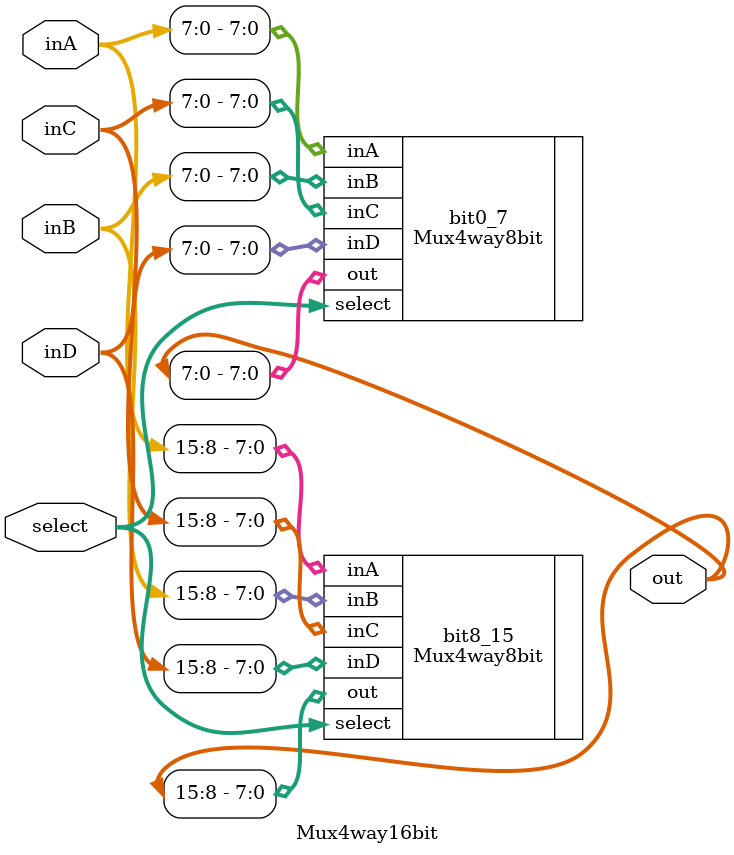
<source format=v>
`ifndef _MUX4WAY16bit
`define _MUX4WAY16bit
`include "Mux4way8bit.v"

module Mux4way16bit(out, select, inA, inB, inC, inD);
    output wire [15:0] out;
    input  wire [1:0] select;
    input  wire [15:0] inA;
    input  wire [15:0] inB;
    input  wire [15:0] inC;
    input  wire [15:0] inD;

    Mux4way8bit bit0_7(.out(out[7:0]), .select(select), .inA(inA[7:0]), .inB(inB[7:0]), .inC(inC[7:0]), .inD(inD[7:0]));
    Mux4way8bit bit8_15(.out(out[15:8]), .select(select), .inA(inA[15:8]), .inB(inB[15:8]), .inC(inC[15:8]), .inD(inD[15:8]));

endmodule
`endif

</source>
